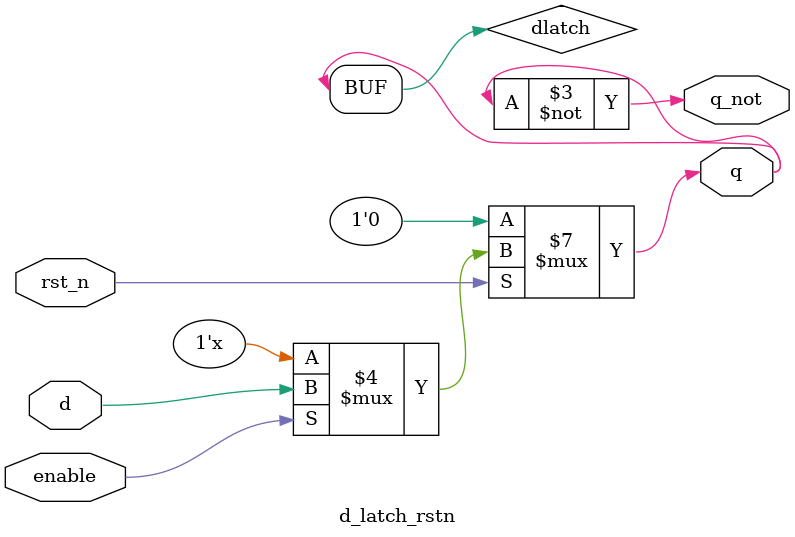
<source format=v>
`timescale 1us/1ns

module d_latch_rstn(
  input d,
  input enable,
  input rst_n,
  output q,
  output q_not 
);
  
  reg dlatch;
  
  always @(enable or d or rst_n) begin 
    if (!rst_n)
      dlatch <= 1'b0;
    else if (enable)
      dlatch <= d;
  end 
  
  assign q = dlatch;
  assign q_not = ~q;
  
endmodule 

</source>
